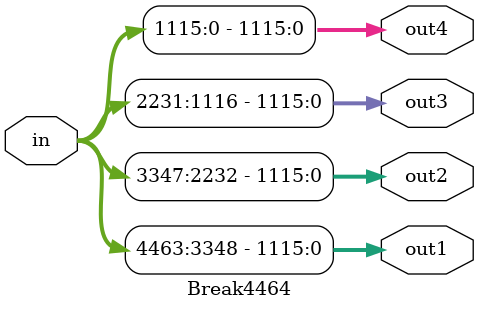
<source format=v>
module Break4464(in, out1, out2, out3, out4);
    input [4463:0] in;
    output [1115:0] out1, out2, out3, out4;

    assign out1 = in[4463:3348];
    assign out2 = in[3347:2232];
    assign out3 = in[2231:1116];
    assign out4 = in[1115:0];


endmodule

</source>
